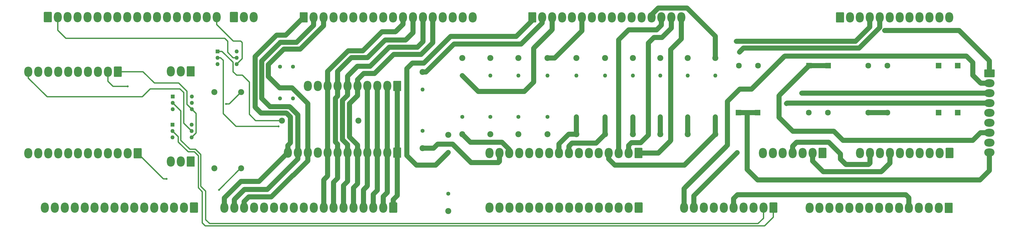
<source format=gtl>
G04 #@! TF.GenerationSoftware,KiCad,Pcbnew,5.1.12-84ad8e8a86~92~ubuntu20.04.1*
G04 #@! TF.CreationDate,2022-03-17T08:21:24-04:00*
G04 #@! TF.ProjectId,sys11-interconnect,73797331-312d-4696-9e74-6572636f6e6e,1.1*
G04 #@! TF.SameCoordinates,Original*
G04 #@! TF.FileFunction,Copper,L1,Top*
G04 #@! TF.FilePolarity,Positive*
%FSLAX46Y46*%
G04 Gerber Fmt 4.6, Leading zero omitted, Abs format (unit mm)*
G04 Created by KiCad (PCBNEW 5.1.12-84ad8e8a86~92~ubuntu20.04.1) date 2022-03-17 08:21:24*
%MOMM*%
%LPD*%
G01*
G04 APERTURE LIST*
G04 #@! TA.AperFunction,ComponentPad*
%ADD10O,2.400000X2.400000*%
G04 #@! TD*
G04 #@! TA.AperFunction,ComponentPad*
%ADD11C,2.400000*%
G04 #@! TD*
G04 #@! TA.AperFunction,ComponentPad*
%ADD12O,1.600000X1.600000*%
G04 #@! TD*
G04 #@! TA.AperFunction,ComponentPad*
%ADD13C,1.600000*%
G04 #@! TD*
G04 #@! TA.AperFunction,ComponentPad*
%ADD14C,2.300000*%
G04 #@! TD*
G04 #@! TA.AperFunction,ComponentPad*
%ADD15R,2.300000X2.300000*%
G04 #@! TD*
G04 #@! TA.AperFunction,ComponentPad*
%ADD16R,1.600000X1.600000*%
G04 #@! TD*
G04 #@! TA.AperFunction,ComponentPad*
%ADD17O,3.160000X4.100000*%
G04 #@! TD*
G04 #@! TA.AperFunction,ComponentPad*
%ADD18O,4.100000X3.160000*%
G04 #@! TD*
G04 #@! TA.AperFunction,ViaPad*
%ADD19C,0.800000*%
G04 #@! TD*
G04 #@! TA.AperFunction,Conductor*
%ADD20C,2.000000*%
G04 #@! TD*
G04 #@! TA.AperFunction,Conductor*
%ADD21C,0.500000*%
G04 #@! TD*
G04 APERTURE END LIST*
D10*
X127190500Y-114681000D03*
D11*
X157670500Y-114681000D03*
D12*
X299974000Y-96662000D03*
D13*
X299974000Y-113142000D03*
D10*
X299974000Y-89662000D03*
D11*
X299974000Y-120142000D03*
D12*
X288925000Y-96662000D03*
D13*
X288925000Y-113142000D03*
D10*
X288925000Y-89662000D03*
D11*
X288925000Y-120142000D03*
D12*
X278003000Y-96662000D03*
D13*
X278003000Y-113142000D03*
D10*
X278003000Y-89662000D03*
D11*
X278003000Y-120142000D03*
D12*
X267081000Y-96662000D03*
D13*
X267081000Y-113142000D03*
D10*
X267081000Y-89662000D03*
D11*
X267081000Y-120142000D03*
D12*
X256032000Y-96662000D03*
D13*
X256032000Y-113142000D03*
D10*
X256032000Y-89662000D03*
D11*
X256032000Y-120142000D03*
D12*
X244602000Y-96662000D03*
D13*
X244602000Y-113142000D03*
D10*
X244602000Y-89662000D03*
D11*
X244602000Y-120142000D03*
D12*
X233045000Y-96662000D03*
D13*
X233045000Y-113142000D03*
D10*
X233045000Y-89662000D03*
D11*
X233045000Y-120142000D03*
D12*
X221488000Y-96662000D03*
D13*
X221488000Y-113142000D03*
D10*
X221488000Y-89662000D03*
D11*
X221488000Y-120142000D03*
D12*
X210312000Y-96662000D03*
D13*
X210312000Y-113142000D03*
D10*
X210312000Y-89662000D03*
D11*
X210312000Y-120142000D03*
D12*
X199136000Y-96662000D03*
D13*
X199136000Y-113142000D03*
D10*
X199136000Y-89662000D03*
D11*
X199136000Y-120142000D03*
D12*
X183261000Y-102250000D03*
D13*
X183261000Y-118730000D03*
D10*
X183261000Y-95250000D03*
D11*
X183261000Y-125730000D03*
D12*
X193548000Y-127396000D03*
D13*
X193548000Y-143876000D03*
D10*
X193548000Y-120396000D03*
D11*
X193548000Y-150876000D03*
D14*
X337185000Y-111506000D03*
D15*
X316825000Y-111506000D03*
D14*
X344805000Y-111506000D03*
D15*
X309205000Y-111506000D03*
D14*
X368534000Y-111506000D03*
D15*
X388894000Y-111506000D03*
D14*
X360914000Y-111506000D03*
D15*
X396514000Y-111506000D03*
D14*
X316952000Y-92710000D03*
D15*
X337312000Y-92710000D03*
D14*
X309332000Y-92710000D03*
D15*
X344932000Y-92710000D03*
D14*
X368534000Y-92710000D03*
D15*
X388894000Y-92710000D03*
D14*
X360914000Y-92710000D03*
D15*
X396514000Y-92710000D03*
D12*
X126428500Y-105791000D03*
D13*
X126428500Y-93091000D03*
D12*
X131635500Y-105791000D03*
D13*
X131635500Y-93091000D03*
D12*
X91249500Y-116332000D03*
X83629500Y-121412000D03*
X91249500Y-118872000D03*
X83629500Y-118872000D03*
X91249500Y-121412000D03*
D16*
X83629500Y-116332000D03*
D12*
X91313000Y-105029000D03*
X83693000Y-110109000D03*
X91313000Y-107569000D03*
X83693000Y-107569000D03*
X91313000Y-110109000D03*
D16*
X83693000Y-105029000D03*
D12*
X109220000Y-86995000D03*
X101600000Y-92075000D03*
X109220000Y-89535000D03*
X101600000Y-89535000D03*
X109220000Y-92075000D03*
D16*
X101600000Y-86995000D03*
D10*
X110934500Y-103314500D03*
D11*
X110934500Y-133794500D03*
D10*
X100266500Y-103314500D03*
D11*
X100266500Y-133794500D03*
D17*
X137524500Y-100838000D03*
X141484500Y-100838000D03*
X145444500Y-100838000D03*
X149404500Y-100838000D03*
X153364500Y-100838000D03*
X157324500Y-100838000D03*
X161284500Y-100838000D03*
X165244500Y-100838000D03*
X169204500Y-100838000D03*
G04 #@! TA.AperFunction,ComponentPad*
G36*
G01*
X174744500Y-99038000D02*
X174744500Y-102638000D01*
G75*
G02*
X174494500Y-102888000I-250000J0D01*
G01*
X171834500Y-102888000D01*
G75*
G02*
X171584500Y-102638000I0J250000D01*
G01*
X171584500Y-99038000D01*
G75*
G02*
X171834500Y-98788000I250000J0D01*
G01*
X174494500Y-98788000D01*
G75*
G02*
X174744500Y-99038000I0J-250000D01*
G01*
G37*
G04 #@! TD.AperFunction*
X32766000Y-149479000D03*
X36726000Y-149479000D03*
X40686000Y-149479000D03*
X44646000Y-149479000D03*
X48606000Y-149479000D03*
X52566000Y-149479000D03*
X56526000Y-149479000D03*
X60486000Y-149479000D03*
X64446000Y-149479000D03*
X68406000Y-149479000D03*
X72366000Y-149479000D03*
X76326000Y-149479000D03*
X80286000Y-149479000D03*
X84246000Y-149479000D03*
X88206000Y-149479000D03*
G04 #@! TA.AperFunction,ComponentPad*
G36*
G01*
X93746000Y-147679000D02*
X93746000Y-151279000D01*
G75*
G02*
X93496000Y-151529000I-250000J0D01*
G01*
X90836000Y-151529000D01*
G75*
G02*
X90586000Y-151279000I0J250000D01*
G01*
X90586000Y-147679000D01*
G75*
G02*
X90836000Y-147429000I250000J0D01*
G01*
X93496000Y-147429000D01*
G75*
G02*
X93746000Y-147679000I0J-250000D01*
G01*
G37*
G04 #@! TD.AperFunction*
X26163000Y-127762000D03*
X30123000Y-127762000D03*
X34083000Y-127762000D03*
X38043000Y-127762000D03*
X42003000Y-127762000D03*
X45963000Y-127762000D03*
X49923000Y-127762000D03*
X53883000Y-127762000D03*
X57843000Y-127762000D03*
X61803000Y-127762000D03*
X65763000Y-127762000D03*
G04 #@! TA.AperFunction,ComponentPad*
G36*
G01*
X71303000Y-125962000D02*
X71303000Y-129562000D01*
G75*
G02*
X71053000Y-129812000I-250000J0D01*
G01*
X68393000Y-129812000D01*
G75*
G02*
X68143000Y-129562000I0J250000D01*
G01*
X68143000Y-125962000D01*
G75*
G02*
X68393000Y-125712000I250000J0D01*
G01*
X71053000Y-125712000D01*
G75*
G02*
X71303000Y-125962000I0J-250000D01*
G01*
G37*
G04 #@! TD.AperFunction*
X26162000Y-95123000D03*
X30122000Y-95123000D03*
X34082000Y-95123000D03*
X38042000Y-95123000D03*
X42002000Y-95123000D03*
X45962000Y-95123000D03*
X49922000Y-95123000D03*
X53882000Y-95123000D03*
X57842000Y-95123000D03*
G04 #@! TA.AperFunction,ComponentPad*
G36*
G01*
X63382000Y-93323000D02*
X63382000Y-96923000D01*
G75*
G02*
X63132000Y-97173000I-250000J0D01*
G01*
X60472000Y-97173000D01*
G75*
G02*
X60222000Y-96923000I0J250000D01*
G01*
X60222000Y-93323000D01*
G75*
G02*
X60472000Y-93073000I250000J0D01*
G01*
X63132000Y-93073000D01*
G75*
G02*
X63382000Y-93323000I0J-250000D01*
G01*
G37*
G04 #@! TD.AperFunction*
X82948500Y-131064000D03*
X86908500Y-131064000D03*
G04 #@! TA.AperFunction,ComponentPad*
G36*
G01*
X92448500Y-129264000D02*
X92448500Y-132864000D01*
G75*
G02*
X92198500Y-133114000I-250000J0D01*
G01*
X89538500Y-133114000D01*
G75*
G02*
X89288500Y-132864000I0J250000D01*
G01*
X89288500Y-129264000D01*
G75*
G02*
X89538500Y-129014000I250000J0D01*
G01*
X92198500Y-129014000D01*
G75*
G02*
X92448500Y-129264000I0J-250000D01*
G01*
G37*
G04 #@! TD.AperFunction*
X82948500Y-94996000D03*
X86908500Y-94996000D03*
G04 #@! TA.AperFunction,ComponentPad*
G36*
G01*
X92448500Y-93196000D02*
X92448500Y-96796000D01*
G75*
G02*
X92198500Y-97046000I-250000J0D01*
G01*
X89538500Y-97046000D01*
G75*
G02*
X89288500Y-96796000I0J250000D01*
G01*
X89288500Y-93196000D01*
G75*
G02*
X89538500Y-92946000I250000J0D01*
G01*
X92198500Y-92946000D01*
G75*
G02*
X92448500Y-93196000I0J-250000D01*
G01*
G37*
G04 #@! TD.AperFunction*
X104257000Y-149479000D03*
X108217000Y-149479000D03*
X112177000Y-149479000D03*
X116137000Y-149479000D03*
X120097000Y-149479000D03*
X124057000Y-149479000D03*
X128017000Y-149479000D03*
X131977000Y-149479000D03*
X135937000Y-149479000D03*
X139897000Y-149479000D03*
X143857000Y-149479000D03*
X147817000Y-149479000D03*
X151777000Y-149479000D03*
X155737000Y-149479000D03*
X159697000Y-149479000D03*
X163657000Y-149479000D03*
X167617000Y-149479000D03*
G04 #@! TA.AperFunction,ComponentPad*
G36*
G01*
X173157000Y-147679000D02*
X173157000Y-151279000D01*
G75*
G02*
X172907000Y-151529000I-250000J0D01*
G01*
X170247000Y-151529000D01*
G75*
G02*
X169997000Y-151279000I0J250000D01*
G01*
X169997000Y-147679000D01*
G75*
G02*
X170247000Y-147429000I250000J0D01*
G01*
X172907000Y-147429000D01*
G75*
G02*
X173157000Y-147679000I0J-250000D01*
G01*
G37*
G04 #@! TD.AperFunction*
X129604500Y-127508000D03*
X133564500Y-127508000D03*
X137524500Y-127508000D03*
X141484500Y-127508000D03*
X145444500Y-127508000D03*
X149404500Y-127508000D03*
X153364500Y-127508000D03*
X157324500Y-127508000D03*
X161284500Y-127508000D03*
X165244500Y-127508000D03*
X169204500Y-127508000D03*
G04 #@! TA.AperFunction,ComponentPad*
G36*
G01*
X174744500Y-125708000D02*
X174744500Y-129308000D01*
G75*
G02*
X174494500Y-129558000I-250000J0D01*
G01*
X171834500Y-129558000D01*
G75*
G02*
X171584500Y-129308000I0J250000D01*
G01*
X171584500Y-125708000D01*
G75*
G02*
X171834500Y-125458000I250000J0D01*
G01*
X174494500Y-125458000D01*
G75*
G02*
X174744500Y-125708000I0J-250000D01*
G01*
G37*
G04 #@! TD.AperFunction*
X209967000Y-149479000D03*
X213927000Y-149479000D03*
X217887000Y-149479000D03*
X221847000Y-149479000D03*
X225807000Y-149479000D03*
X229767000Y-149479000D03*
X233727000Y-149479000D03*
X237687000Y-149479000D03*
X241647000Y-149479000D03*
X245607000Y-149479000D03*
X249567000Y-149479000D03*
X253527000Y-149479000D03*
X257487000Y-149479000D03*
X261447000Y-149479000D03*
X265407000Y-149479000D03*
G04 #@! TA.AperFunction,ComponentPad*
G36*
G01*
X270947000Y-147679000D02*
X270947000Y-151279000D01*
G75*
G02*
X270697000Y-151529000I-250000J0D01*
G01*
X268037000Y-151529000D01*
G75*
G02*
X267787000Y-151279000I0J250000D01*
G01*
X267787000Y-147679000D01*
G75*
G02*
X268037000Y-147429000I250000J0D01*
G01*
X270697000Y-147429000D01*
G75*
G02*
X270947000Y-147679000I0J-250000D01*
G01*
G37*
G04 #@! TD.AperFunction*
X209931000Y-127635000D03*
X213891000Y-127635000D03*
X217851000Y-127635000D03*
X221811000Y-127635000D03*
X225771000Y-127635000D03*
X229731000Y-127635000D03*
X233691000Y-127635000D03*
X237651000Y-127635000D03*
X241611000Y-127635000D03*
X245571000Y-127635000D03*
X249531000Y-127635000D03*
X253491000Y-127635000D03*
X257451000Y-127635000D03*
X261411000Y-127635000D03*
X265371000Y-127635000D03*
G04 #@! TA.AperFunction,ComponentPad*
G36*
G01*
X270911000Y-125835000D02*
X270911000Y-129435000D01*
G75*
G02*
X270661000Y-129685000I-250000J0D01*
G01*
X268001000Y-129685000D01*
G75*
G02*
X267751000Y-129435000I0J250000D01*
G01*
X267751000Y-125835000D01*
G75*
G02*
X268001000Y-125585000I250000J0D01*
G01*
X270661000Y-125585000D01*
G75*
G02*
X270911000Y-125835000I0J-250000D01*
G01*
G37*
G04 #@! TD.AperFunction*
X287448000Y-149479000D03*
X291408000Y-149479000D03*
X295368000Y-149479000D03*
X299328000Y-149479000D03*
X303288000Y-149479000D03*
X307248000Y-149479000D03*
X311208000Y-149479000D03*
X315168000Y-149479000D03*
X319128000Y-149479000D03*
G04 #@! TA.AperFunction,ComponentPad*
G36*
G01*
X324668000Y-147679000D02*
X324668000Y-151279000D01*
G75*
G02*
X324418000Y-151529000I-250000J0D01*
G01*
X321758000Y-151529000D01*
G75*
G02*
X321508000Y-151279000I0J250000D01*
G01*
X321508000Y-147679000D01*
G75*
G02*
X321758000Y-147429000I250000J0D01*
G01*
X324418000Y-147429000D01*
G75*
G02*
X324668000Y-147679000I0J-250000D01*
G01*
G37*
G04 #@! TD.AperFunction*
X318886000Y-127635000D03*
X322846000Y-127635000D03*
X326806000Y-127635000D03*
X330766000Y-127635000D03*
X334726000Y-127635000D03*
X338686000Y-127635000D03*
G04 #@! TA.AperFunction,ComponentPad*
G36*
G01*
X344226000Y-125835000D02*
X344226000Y-129435000D01*
G75*
G02*
X343976000Y-129685000I-250000J0D01*
G01*
X341316000Y-129685000D01*
G75*
G02*
X341066000Y-129435000I0J250000D01*
G01*
X341066000Y-125835000D01*
G75*
G02*
X341316000Y-125585000I250000J0D01*
G01*
X343976000Y-125585000D01*
G75*
G02*
X344226000Y-125835000I0J-250000D01*
G01*
G37*
G04 #@! TD.AperFunction*
X337498000Y-149606000D03*
X341458000Y-149606000D03*
X345418000Y-149606000D03*
X349378000Y-149606000D03*
X353338000Y-149606000D03*
X357298000Y-149606000D03*
X361258000Y-149606000D03*
X365218000Y-149606000D03*
X369178000Y-149606000D03*
X373138000Y-149606000D03*
X377098000Y-149606000D03*
X381058000Y-149606000D03*
X385018000Y-149606000D03*
X388978000Y-149606000D03*
G04 #@! TA.AperFunction,ComponentPad*
G36*
G01*
X394518000Y-147806000D02*
X394518000Y-151406000D01*
G75*
G02*
X394268000Y-151656000I-250000J0D01*
G01*
X391608000Y-151656000D01*
G75*
G02*
X391358000Y-151406000I0J250000D01*
G01*
X391358000Y-147806000D01*
G75*
G02*
X391608000Y-147556000I250000J0D01*
G01*
X394268000Y-147556000D01*
G75*
G02*
X394518000Y-147806000I0J-250000D01*
G01*
G37*
G04 #@! TD.AperFunction*
X357632000Y-127635000D03*
X361592000Y-127635000D03*
X365552000Y-127635000D03*
X369512000Y-127635000D03*
X373472000Y-127635000D03*
X377432000Y-127635000D03*
X381392000Y-127635000D03*
X385352000Y-127635000D03*
X389312000Y-127635000D03*
G04 #@! TA.AperFunction,ComponentPad*
G36*
G01*
X394852000Y-125835000D02*
X394852000Y-129435000D01*
G75*
G02*
X394602000Y-129685000I-250000J0D01*
G01*
X391942000Y-129685000D01*
G75*
G02*
X391692000Y-129435000I0J250000D01*
G01*
X391692000Y-125835000D01*
G75*
G02*
X391942000Y-125585000I250000J0D01*
G01*
X394602000Y-125585000D01*
G75*
G02*
X394852000Y-125835000I0J-250000D01*
G01*
G37*
G04 #@! TD.AperFunction*
D18*
X409194000Y-127438000D03*
X409194000Y-123478000D03*
X409194000Y-119518000D03*
X409194000Y-115558000D03*
X409194000Y-111598000D03*
X409194000Y-107638000D03*
X409194000Y-103678000D03*
X409194000Y-99718000D03*
G04 #@! TA.AperFunction,ComponentPad*
G36*
G01*
X407394000Y-94178000D02*
X410994000Y-94178000D01*
G75*
G02*
X411244000Y-94428000I0J-250000D01*
G01*
X411244000Y-97088000D01*
G75*
G02*
X410994000Y-97338000I-250000J0D01*
G01*
X407394000Y-97338000D01*
G75*
G02*
X407144000Y-97088000I0J250000D01*
G01*
X407144000Y-94428000D01*
G75*
G02*
X407394000Y-94178000I250000J0D01*
G01*
G37*
G04 #@! TD.AperFunction*
D17*
X393191000Y-73406000D03*
X389231000Y-73406000D03*
X385271000Y-73406000D03*
X381311000Y-73406000D03*
X377351000Y-73406000D03*
X373391000Y-73406000D03*
X369431000Y-73406000D03*
X365471000Y-73406000D03*
X361511000Y-73406000D03*
X357551000Y-73406000D03*
X353591000Y-73406000D03*
G04 #@! TA.AperFunction,ComponentPad*
G36*
G01*
X348051000Y-75206000D02*
X348051000Y-71606000D01*
G75*
G02*
X348301000Y-71356000I250000J0D01*
G01*
X350961000Y-71356000D01*
G75*
G02*
X351211000Y-71606000I0J-250000D01*
G01*
X351211000Y-75206000D01*
G75*
G02*
X350961000Y-75456000I-250000J0D01*
G01*
X348301000Y-75456000D01*
G75*
G02*
X348051000Y-75206000I0J250000D01*
G01*
G37*
G04 #@! TD.AperFunction*
X286385000Y-73406000D03*
X282425000Y-73406000D03*
X278465000Y-73406000D03*
X274505000Y-73406000D03*
X270545000Y-73406000D03*
X266585000Y-73406000D03*
X262625000Y-73406000D03*
X258665000Y-73406000D03*
X254705000Y-73406000D03*
X250745000Y-73406000D03*
X246785000Y-73406000D03*
X242825000Y-73406000D03*
X238865000Y-73406000D03*
X234905000Y-73406000D03*
X230945000Y-73406000D03*
G04 #@! TA.AperFunction,ComponentPad*
G36*
G01*
X225405000Y-75206000D02*
X225405000Y-71606000D01*
G75*
G02*
X225655000Y-71356000I250000J0D01*
G01*
X228315000Y-71356000D01*
G75*
G02*
X228565000Y-71606000I0J-250000D01*
G01*
X228565000Y-75206000D01*
G75*
G02*
X228315000Y-75456000I-250000J0D01*
G01*
X225655000Y-75456000D01*
G75*
G02*
X225405000Y-75206000I0J250000D01*
G01*
G37*
G04 #@! TD.AperFunction*
X203210000Y-73406000D03*
X199250000Y-73406000D03*
X195290000Y-73406000D03*
X191330000Y-73406000D03*
X187370000Y-73406000D03*
X183410000Y-73406000D03*
X179450000Y-73406000D03*
X175490000Y-73406000D03*
X171530000Y-73406000D03*
X167570000Y-73406000D03*
X163610000Y-73406000D03*
X159650000Y-73406000D03*
X155690000Y-73406000D03*
X151730000Y-73406000D03*
X147770000Y-73406000D03*
X143810000Y-73406000D03*
X139850000Y-73406000D03*
G04 #@! TA.AperFunction,ComponentPad*
G36*
G01*
X134310000Y-75206000D02*
X134310000Y-71606000D01*
G75*
G02*
X134560000Y-71356000I250000J0D01*
G01*
X137220000Y-71356000D01*
G75*
G02*
X137470000Y-71606000I0J-250000D01*
G01*
X137470000Y-75206000D01*
G75*
G02*
X137220000Y-75456000I-250000J0D01*
G01*
X134560000Y-75456000D01*
G75*
G02*
X134310000Y-75206000I0J250000D01*
G01*
G37*
G04 #@! TD.AperFunction*
X115997000Y-73279000D03*
X112037000Y-73279000D03*
G04 #@! TA.AperFunction,ComponentPad*
G36*
G01*
X106497000Y-75079000D02*
X106497000Y-71479000D01*
G75*
G02*
X106747000Y-71229000I250000J0D01*
G01*
X109407000Y-71229000D01*
G75*
G02*
X109657000Y-71479000I0J-250000D01*
G01*
X109657000Y-75079000D01*
G75*
G02*
X109407000Y-75329000I-250000J0D01*
G01*
X106747000Y-75329000D01*
G75*
G02*
X106497000Y-75079000I0J250000D01*
G01*
G37*
G04 #@! TD.AperFunction*
X101229000Y-73279000D03*
X97269000Y-73279000D03*
X93309000Y-73279000D03*
X89349000Y-73279000D03*
X85389000Y-73279000D03*
X81429000Y-73279000D03*
X77469000Y-73279000D03*
X73509000Y-73279000D03*
X69549000Y-73279000D03*
X65589000Y-73279000D03*
X61629000Y-73279000D03*
X57669000Y-73279000D03*
X53709000Y-73279000D03*
X49749000Y-73279000D03*
X45789000Y-73279000D03*
X41829000Y-73279000D03*
X37869000Y-73279000D03*
G04 #@! TA.AperFunction,ComponentPad*
G36*
G01*
X32329000Y-75079000D02*
X32329000Y-71479000D01*
G75*
G02*
X32579000Y-71229000I250000J0D01*
G01*
X35239000Y-71229000D01*
G75*
G02*
X35489000Y-71479000I0J-250000D01*
G01*
X35489000Y-75079000D01*
G75*
G02*
X35239000Y-75329000I-250000J0D01*
G01*
X32579000Y-75329000D01*
G75*
G02*
X32329000Y-75079000I0J250000D01*
G01*
G37*
G04 #@! TD.AperFunction*
D19*
X308673500Y-127508000D03*
X81280000Y-137985500D03*
X65722500Y-101028500D03*
X125857000Y-116967000D03*
X309562500Y-87249000D03*
X308356000Y-82931000D03*
X102171500Y-142367000D03*
X328295000Y-107823000D03*
X334408500Y-103678000D03*
X324866000Y-91630500D03*
X367411000Y-78676500D03*
X367411000Y-78676500D03*
X104965500Y-108013500D03*
D20*
X291408000Y-144773500D02*
X291408000Y-149479000D01*
X308673500Y-127508000D02*
X291408000Y-144773500D01*
X337312000Y-92710000D02*
X344932000Y-92710000D01*
X325310500Y-104711500D02*
X337312000Y-92710000D01*
X325310500Y-113411000D02*
X325310500Y-104711500D01*
X347154500Y-118935500D02*
X330835000Y-118935500D01*
X350837500Y-122618500D02*
X347154500Y-118935500D01*
X402526500Y-122618500D02*
X350837500Y-122618500D01*
X330835000Y-118935500D02*
X325310500Y-113411000D01*
X405627000Y-119518000D02*
X402526500Y-122618500D01*
X409194000Y-119518000D02*
X405627000Y-119518000D01*
X360914000Y-111506000D02*
X368534000Y-111506000D01*
X338686000Y-127635000D02*
X338686000Y-130850500D01*
X338686000Y-130850500D02*
X342963500Y-135128000D01*
X369512000Y-131685000D02*
X369512000Y-127635000D01*
X366069000Y-135128000D02*
X369512000Y-131685000D01*
X342963500Y-135128000D02*
X366069000Y-135128000D01*
X409194000Y-127438000D02*
X409194000Y-134683500D01*
X409194000Y-134683500D02*
X405447500Y-138430000D01*
X405447500Y-138430000D02*
X316801500Y-138430000D01*
X316801500Y-138430000D02*
X312674000Y-134302500D01*
X312674000Y-111506000D02*
X316825000Y-111506000D01*
X312674000Y-134302500D02*
X312674000Y-111506000D01*
X309205000Y-111506000D02*
X312674000Y-111506000D01*
D21*
X79946500Y-137985500D02*
X69723000Y-127762000D01*
X81280000Y-137985500D02*
X79946500Y-137985500D01*
X111379000Y-89916000D02*
X109220000Y-92075000D01*
X110807500Y-82867500D02*
X111379000Y-83439000D01*
X107823000Y-82867500D02*
X110807500Y-82867500D01*
X101229000Y-76273500D02*
X107823000Y-82867500D01*
X111379000Y-83439000D02*
X111379000Y-89916000D01*
X101229000Y-73279000D02*
X101229000Y-76273500D01*
X57842000Y-95123000D02*
X57842000Y-98990000D01*
X57842000Y-98990000D02*
X59880500Y-101028500D01*
X59880500Y-101028500D02*
X65722500Y-101028500D01*
X91313000Y-110109000D02*
X93027500Y-111823500D01*
X93027500Y-119634000D02*
X91249500Y-121412000D01*
X93027500Y-111823500D02*
X93027500Y-119634000D01*
X89408000Y-102933500D02*
X89408000Y-108204000D01*
X86106000Y-99631500D02*
X89408000Y-102933500D01*
X89408000Y-108204000D02*
X91313000Y-110109000D01*
X71882000Y-95123000D02*
X76390500Y-99631500D01*
X76390500Y-99631500D02*
X86106000Y-99631500D01*
X61802000Y-95123000D02*
X71882000Y-95123000D01*
X37869000Y-73279000D02*
X37869000Y-78572500D01*
X37869000Y-78572500D02*
X41084500Y-81788000D01*
X41084500Y-81788000D02*
X104457500Y-81788000D01*
X109220000Y-89535000D02*
X107759500Y-89535000D01*
X107759500Y-89535000D02*
X105600500Y-87376000D01*
X105600500Y-82931000D02*
X104457500Y-81788000D01*
X105600500Y-87376000D02*
X105600500Y-82931000D01*
X71564500Y-105156000D02*
X33645000Y-105156000D01*
X88074500Y-115697000D02*
X88074500Y-103478965D01*
X88074500Y-103478965D02*
X86576535Y-101981000D01*
X33645000Y-105156000D02*
X26162000Y-97673000D01*
X86576535Y-101981000D02*
X74739500Y-101981000D01*
X74739500Y-101981000D02*
X71564500Y-105156000D01*
X26162000Y-97673000D02*
X26162000Y-95123000D01*
X88074500Y-115697000D02*
X91249500Y-118872000D01*
D20*
X171577000Y-149479000D02*
X171577000Y-146304000D01*
X173164500Y-144716500D02*
X173164500Y-127508000D01*
X171577000Y-146304000D02*
X173164500Y-144716500D01*
X173164500Y-100838000D02*
X173164500Y-127508000D01*
X167617000Y-149479000D02*
X167617000Y-145057000D01*
X169204500Y-143469500D02*
X169204500Y-127508000D01*
X167617000Y-145057000D02*
X169204500Y-143469500D01*
X169204500Y-100838000D02*
X169204500Y-127508000D01*
X163657000Y-149479000D02*
X163657000Y-144191000D01*
X165244500Y-142603500D02*
X165244500Y-127508000D01*
X163657000Y-144191000D02*
X165244500Y-142603500D01*
X165244500Y-100838000D02*
X165244500Y-127508000D01*
X159697000Y-149479000D02*
X159697000Y-142372500D01*
X161284500Y-140785000D02*
X161284500Y-127508000D01*
X159697000Y-142372500D02*
X161284500Y-140785000D01*
X161284500Y-127508000D02*
X161284500Y-100838000D01*
X164147500Y-95821500D02*
X171767500Y-88201500D01*
X171767500Y-88201500D02*
X182689500Y-88201500D01*
X187370000Y-83521000D02*
X187370000Y-73406000D01*
X182689500Y-88201500D02*
X187370000Y-83521000D01*
X155737000Y-149479000D02*
X155737000Y-141506500D01*
X157324500Y-139919000D02*
X157324500Y-127508000D01*
X155737000Y-141506500D02*
X157324500Y-139919000D01*
X157324500Y-100838000D02*
X157324500Y-104676500D01*
X157324500Y-104676500D02*
X154114500Y-107886500D01*
X154114500Y-107886500D02*
X154114500Y-121221500D01*
X157324500Y-124431500D02*
X157324500Y-127508000D01*
X154114500Y-121221500D02*
X157324500Y-124431500D01*
X157324500Y-100396473D02*
X157353000Y-100367973D01*
X157324500Y-100838000D02*
X157324500Y-100396473D01*
X157353000Y-100367973D02*
X157353000Y-98298000D01*
X159829500Y-95821500D02*
X164147500Y-95821500D01*
X157353000Y-98298000D02*
X159829500Y-95821500D01*
X183410000Y-73406000D02*
X183410000Y-83163000D01*
X183410000Y-83163000D02*
X181229000Y-85344000D01*
X181229000Y-85344000D02*
X169989500Y-85344000D01*
X169989500Y-85344000D02*
X162369500Y-92964000D01*
X162369500Y-92964000D02*
X157289718Y-92964000D01*
X151777000Y-149479000D02*
X151777000Y-140577000D01*
X153364500Y-138989500D02*
X153364500Y-127508000D01*
X151777000Y-140577000D02*
X153364500Y-138989500D01*
X153364500Y-100838000D02*
X153364500Y-104572500D01*
X153364500Y-104572500D02*
X151384000Y-106553000D01*
X151384000Y-106553000D02*
X151384000Y-122301000D01*
X153364500Y-124281500D02*
X153364500Y-127508000D01*
X151384000Y-122301000D02*
X153364500Y-124281500D01*
X153364500Y-96889218D02*
X157289718Y-92964000D01*
X153364500Y-100838000D02*
X153364500Y-96889218D01*
X179450000Y-73406000D02*
X179450000Y-79566500D01*
X179450000Y-79566500D02*
X176530000Y-82486500D01*
X176530000Y-82486500D02*
X168338500Y-82486500D01*
X168338500Y-82486500D02*
X161353500Y-89471500D01*
X161353500Y-89471500D02*
X154876500Y-89471500D01*
X147817000Y-149479000D02*
X147817000Y-139330000D01*
X149404500Y-137742500D02*
X149404500Y-127508000D01*
X147817000Y-139330000D02*
X149404500Y-137742500D01*
X149404500Y-104888000D02*
X148565000Y-105727500D01*
X149404500Y-100838000D02*
X149404500Y-104888000D01*
X148565000Y-105727500D02*
X148565000Y-123292000D01*
X149404500Y-124131500D02*
X149404500Y-127508000D01*
X148565000Y-123292000D02*
X149404500Y-124131500D01*
X149404500Y-94943500D02*
X154876500Y-89471500D01*
X149404500Y-100838000D02*
X149404500Y-94943500D01*
X175490000Y-73406000D02*
X175490000Y-76160500D01*
X175490000Y-76160500D02*
X172466000Y-79184500D01*
X172466000Y-79184500D02*
X167068500Y-79184500D01*
X167068500Y-79184500D02*
X159512000Y-86741000D01*
X159512000Y-86741000D02*
X153670000Y-86741000D01*
X143857000Y-149479000D02*
X143857000Y-138400500D01*
X145444500Y-136813000D02*
X145444500Y-127508000D01*
X143857000Y-138400500D02*
X145444500Y-136813000D01*
X145444500Y-100838000D02*
X145444500Y-127508000D01*
X145444500Y-94966500D02*
X153670000Y-86741000D01*
X145444500Y-100838000D02*
X145444500Y-94966500D01*
X137524500Y-130763000D02*
X137524500Y-127508000D01*
X131762500Y-136525000D02*
X137524500Y-130763000D01*
X122999500Y-145161000D02*
X131635500Y-136525000D01*
X114046000Y-145161000D02*
X122999500Y-145161000D01*
X131635500Y-136525000D02*
X131762500Y-136525000D01*
X112177000Y-147030000D02*
X114046000Y-145161000D01*
X112177000Y-149479000D02*
X112177000Y-147030000D01*
X137524500Y-119236500D02*
X137524500Y-127508000D01*
X137524500Y-107806500D02*
X137524500Y-119236500D01*
X131318000Y-101600000D02*
X137524500Y-107806500D01*
X126301500Y-101600000D02*
X131318000Y-101600000D01*
X121793000Y-97091500D02*
X126301500Y-101600000D01*
X121793000Y-92265500D02*
X121793000Y-97091500D01*
X127952500Y-86106000D02*
X121793000Y-92265500D01*
X134493000Y-86106000D02*
X127952500Y-86106000D01*
X143810000Y-76789000D02*
X134493000Y-86106000D01*
X143810000Y-73406000D02*
X143810000Y-76789000D01*
X133564500Y-130024000D02*
X133564500Y-127508000D01*
X121348500Y-142240000D02*
X133564500Y-130024000D01*
X112268000Y-142240000D02*
X121348500Y-142240000D01*
X108217000Y-146291000D02*
X112268000Y-142240000D01*
X108217000Y-149479000D02*
X108217000Y-146291000D01*
X133564500Y-112355500D02*
X133564500Y-120102500D01*
X130302000Y-109093000D02*
X133564500Y-112355500D01*
X122491500Y-109093000D02*
X130302000Y-109093000D01*
X119189500Y-105791000D02*
X122491500Y-109093000D01*
X119189500Y-90805000D02*
X119189500Y-105791000D01*
X126555500Y-83439000D02*
X119189500Y-90805000D01*
X126555500Y-83375500D02*
X126555500Y-83439000D01*
X133564500Y-120102500D02*
X133564500Y-127508000D01*
X133096000Y-83375500D02*
X126555500Y-83375500D01*
X139850000Y-76621500D02*
X133096000Y-83375500D01*
X139850000Y-73406000D02*
X139850000Y-76621500D01*
X118111000Y-139001500D02*
X129604500Y-127508000D01*
X110871000Y-139001500D02*
X118111000Y-139001500D01*
X104257000Y-145615500D02*
X110871000Y-139001500D01*
X104257000Y-149479000D02*
X104257000Y-145615500D01*
X128778000Y-80518000D02*
X135890000Y-73406000D01*
X125095000Y-80518000D02*
X128778000Y-80518000D01*
X118872000Y-111633000D02*
X116522500Y-109283500D01*
X129032000Y-111633000D02*
X118872000Y-111633000D01*
X130619500Y-113220500D02*
X129032000Y-111633000D01*
X130619500Y-123571000D02*
X130619500Y-113220500D01*
X129604500Y-124586000D02*
X130619500Y-123571000D01*
X116522500Y-89090500D02*
X125095000Y-80518000D01*
X116522500Y-109283500D02*
X116522500Y-89090500D01*
X129604500Y-127508000D02*
X129604500Y-124586000D01*
X286385000Y-73406000D02*
X286385000Y-82042000D01*
X286385000Y-82042000D02*
X282194000Y-86233000D01*
X282194000Y-86233000D02*
X282194000Y-122682000D01*
X277241000Y-127635000D02*
X269331000Y-127635000D01*
X282194000Y-122682000D02*
X277241000Y-127635000D01*
X282425000Y-77747000D02*
X282425000Y-73406000D01*
X278701500Y-81470500D02*
X282425000Y-77747000D01*
X275463000Y-81470500D02*
X278701500Y-81470500D01*
X273304000Y-83629500D02*
X275463000Y-81470500D01*
X270256000Y-123507500D02*
X273304000Y-120459500D01*
X266472937Y-123507500D02*
X270256000Y-123507500D01*
X265371000Y-124609437D02*
X266472937Y-123507500D01*
X273304000Y-120459500D02*
X273304000Y-83629500D01*
X265371000Y-127635000D02*
X265371000Y-124609437D01*
X261411000Y-127635000D02*
X261411000Y-82378000D01*
X261411000Y-82378000D02*
X265366500Y-78422500D01*
X265366500Y-78422500D02*
X276542500Y-78422500D01*
X278465000Y-76500000D02*
X278465000Y-73406000D01*
X276542500Y-78422500D02*
X278465000Y-76500000D01*
X299974000Y-80962500D02*
X299974000Y-89662000D01*
X277177500Y-69659500D02*
X288671000Y-69659500D01*
X288671000Y-69659500D02*
X299974000Y-80962500D01*
X274505000Y-72332000D02*
X277177500Y-69659500D01*
X274505000Y-73406000D02*
X274505000Y-72332000D01*
X233045000Y-89662000D02*
X235966000Y-89662000D01*
X246785000Y-78843000D02*
X246785000Y-73406000D01*
X235966000Y-89662000D02*
X246785000Y-78843000D01*
X234905000Y-73406000D02*
X234905000Y-78340500D01*
X234905000Y-78340500D02*
X227520500Y-85725000D01*
X227520500Y-85725000D02*
X227520500Y-99314000D01*
X227520500Y-99314000D02*
X223837500Y-102997000D01*
X205471000Y-102997000D02*
X199136000Y-96662000D01*
X223837500Y-102997000D02*
X205471000Y-102997000D01*
X230945000Y-73406000D02*
X230945000Y-75696500D01*
X230945000Y-75696500D02*
X222567500Y-84074000D01*
X222567500Y-84074000D02*
X195834000Y-84074000D01*
X184658000Y-95250000D02*
X183261000Y-95250000D01*
X195834000Y-84074000D02*
X184658000Y-95250000D01*
X226985000Y-73406000D02*
X226985000Y-74640000D01*
X226985000Y-74640000D02*
X220599000Y-81026000D01*
X194437000Y-81026000D02*
X183769000Y-91694000D01*
X220599000Y-81026000D02*
X194437000Y-81026000D01*
X183769000Y-91694000D02*
X179197000Y-91694000D01*
X179197000Y-91694000D02*
X177038000Y-93853000D01*
X177038000Y-93853000D02*
X177038000Y-128651000D01*
X177038000Y-128651000D02*
X180848000Y-132461000D01*
X188483000Y-132461000D02*
X193548000Y-127396000D01*
X180848000Y-132461000D02*
X188483000Y-132461000D01*
X375877500Y-144335500D02*
X377098000Y-145556000D01*
X308737000Y-144335500D02*
X375877500Y-144335500D01*
X307213000Y-145859500D02*
X308737000Y-144335500D01*
X377098000Y-145556000D02*
X377098000Y-149606000D01*
X307213000Y-149002473D02*
X307213000Y-145859500D01*
X307248000Y-149037473D02*
X307213000Y-149002473D01*
X307248000Y-149479000D02*
X307248000Y-149037473D01*
D21*
X102743000Y-89535000D02*
X101600000Y-89535000D01*
X103822500Y-90614500D02*
X102743000Y-89535000D01*
X125857000Y-116967000D02*
X108902500Y-116967000D01*
X103822500Y-111887000D02*
X108902500Y-116967000D01*
X103822500Y-90614500D02*
X103822500Y-111887000D01*
D20*
X365471000Y-77456000D02*
X357265500Y-85661500D01*
X365471000Y-73406000D02*
X365471000Y-77456000D01*
X357265500Y-85661500D02*
X332803500Y-85661500D01*
X332803500Y-85661500D02*
X311150000Y-85661500D01*
X311150000Y-85661500D02*
X309562500Y-87249000D01*
X308356000Y-82931000D02*
X355854000Y-82931000D01*
X361511000Y-77274000D02*
X361511000Y-73406000D01*
X355854000Y-82931000D02*
X361511000Y-77274000D01*
D21*
X110744000Y-133794500D02*
X110934500Y-133794500D01*
X102171500Y-142367000D02*
X110744000Y-133794500D01*
D20*
X409194000Y-107638000D02*
X328480000Y-107638000D01*
X328480000Y-107638000D02*
X328295000Y-107823000D01*
X330766000Y-127635000D02*
X330766000Y-124910000D01*
X330766000Y-124910000D02*
X332295500Y-123380500D01*
X332295500Y-123380500D02*
X345186000Y-123380500D01*
X345186000Y-123380500D02*
X349821500Y-128016000D01*
X349821500Y-128016000D02*
X349821500Y-130111500D01*
X349821500Y-130111500D02*
X351980500Y-132270500D01*
X361592000Y-131685000D02*
X361592000Y-127635000D01*
X361006500Y-132270500D02*
X361592000Y-131685000D01*
X351980500Y-132270500D02*
X361006500Y-132270500D01*
X409194000Y-103678000D02*
X334408500Y-103678000D01*
X409194000Y-99718000D02*
X405742000Y-99718000D01*
X405742000Y-99718000D02*
X402590000Y-96566000D01*
X402590000Y-96566000D02*
X402590000Y-91440000D01*
X402590000Y-91440000D02*
X400050000Y-88900000D01*
X400050000Y-88900000D02*
X327596500Y-88900000D01*
X327596500Y-88900000D02*
X324866000Y-91630500D01*
X287448000Y-149479000D02*
X287448000Y-141875500D01*
X287448000Y-141875500D02*
X304800000Y-124523500D01*
X304800000Y-124523500D02*
X304800000Y-106997500D01*
X304800000Y-106997500D02*
X309689500Y-102108000D01*
X314388500Y-102108000D02*
X324866000Y-91630500D01*
X309689500Y-102108000D02*
X314388500Y-102108000D01*
X367411000Y-78676500D02*
X397129000Y-78676500D01*
X409194000Y-90741500D02*
X409194000Y-95758000D01*
X397129000Y-78676500D02*
X409194000Y-90741500D01*
D21*
X85915500Y-123253500D02*
X85915500Y-121158000D01*
X92329000Y-127190500D02*
X89852500Y-127190500D01*
X93916500Y-141541500D02*
X93916500Y-128778000D01*
X85915500Y-121158000D02*
X83629500Y-118872000D01*
X89852500Y-127190500D02*
X85915500Y-123253500D01*
X95504000Y-155638500D02*
X95504000Y-143129000D01*
X93916500Y-128778000D02*
X92329000Y-127190500D01*
X96647000Y-156781500D02*
X95504000Y-155638500D01*
X319595500Y-156781500D02*
X96647000Y-156781500D01*
X95504000Y-143129000D02*
X93916500Y-141541500D01*
X323088000Y-153289000D02*
X319595500Y-156781500D01*
X323088000Y-149479000D02*
X323088000Y-153289000D01*
X92773500Y-126174500D02*
X90551000Y-126174500D01*
X94869000Y-128270000D02*
X92773500Y-126174500D01*
X96837500Y-142938500D02*
X94869000Y-140970000D01*
X86931500Y-122555000D02*
X86931500Y-110807500D01*
X96837500Y-154305000D02*
X96837500Y-142938500D01*
X316992000Y-155892500D02*
X98425000Y-155892500D01*
X90551000Y-126174500D02*
X86931500Y-122555000D01*
X98425000Y-155892500D02*
X96837500Y-154305000D01*
X319128000Y-153756500D02*
X316992000Y-155892500D01*
X86931500Y-110807500D02*
X83693000Y-107569000D01*
X94869000Y-140970000D02*
X94869000Y-128270000D01*
X319128000Y-149479000D02*
X319128000Y-153756500D01*
D20*
X183261000Y-125730000D02*
X187706000Y-125730000D01*
X187706000Y-125730000D02*
X189293500Y-124142500D01*
X189293500Y-124142500D02*
X195262500Y-124142500D01*
X195262500Y-124142500D02*
X202565000Y-131445000D01*
X202565000Y-131445000D02*
X213487000Y-131445000D01*
X213891000Y-131041000D02*
X213891000Y-127635000D01*
X213487000Y-131445000D02*
X213891000Y-131041000D01*
X202311000Y-123317000D02*
X202247500Y-123253500D01*
X202247500Y-123253500D02*
X199136000Y-120142000D01*
X214947500Y-123317000D02*
X202311000Y-123317000D01*
X217851000Y-126220500D02*
X214947500Y-123317000D01*
X217851000Y-127635000D02*
X217851000Y-126220500D01*
X244602000Y-113142000D02*
X244602000Y-120142000D01*
X237651000Y-127635000D02*
X237651000Y-123981500D01*
X241490500Y-120142000D02*
X244602000Y-120142000D01*
X237651000Y-123981500D02*
X241490500Y-120142000D01*
X256032000Y-113142000D02*
X256032000Y-120142000D01*
X241611000Y-127635000D02*
X241611000Y-124911000D01*
X241611000Y-124911000D02*
X242824000Y-123698000D01*
X252476000Y-123698000D02*
X256032000Y-120142000D01*
X242824000Y-123698000D02*
X252476000Y-123698000D01*
X267081000Y-113142000D02*
X267081000Y-120142000D01*
X278003000Y-113142000D02*
X278003000Y-120142000D01*
X288925000Y-113142000D02*
X288925000Y-120142000D01*
X299974000Y-113142000D02*
X299974000Y-120142000D01*
X257451000Y-127635000D02*
X257451000Y-130006500D01*
X257451000Y-130006500D02*
X259905500Y-132461000D01*
X287655000Y-132461000D02*
X299974000Y-120142000D01*
X259905500Y-132461000D02*
X287655000Y-132461000D01*
D21*
X101600000Y-86995000D02*
X103378000Y-86995000D01*
X103378000Y-86995000D02*
X107759500Y-91376500D01*
X107759500Y-91376500D02*
X107759500Y-95123000D01*
X107759500Y-95123000D02*
X109156500Y-96520000D01*
X109156500Y-96520000D02*
X111442500Y-96520000D01*
X111442500Y-96520000D02*
X114236500Y-99314000D01*
X114236500Y-99314000D02*
X114236500Y-112204500D01*
X116713000Y-114681000D02*
X127190500Y-114681000D01*
X114236500Y-112204500D02*
X116713000Y-114681000D01*
X106235500Y-108013500D02*
X110934500Y-103314500D01*
X104965500Y-108013500D02*
X106235500Y-108013500D01*
M02*

</source>
